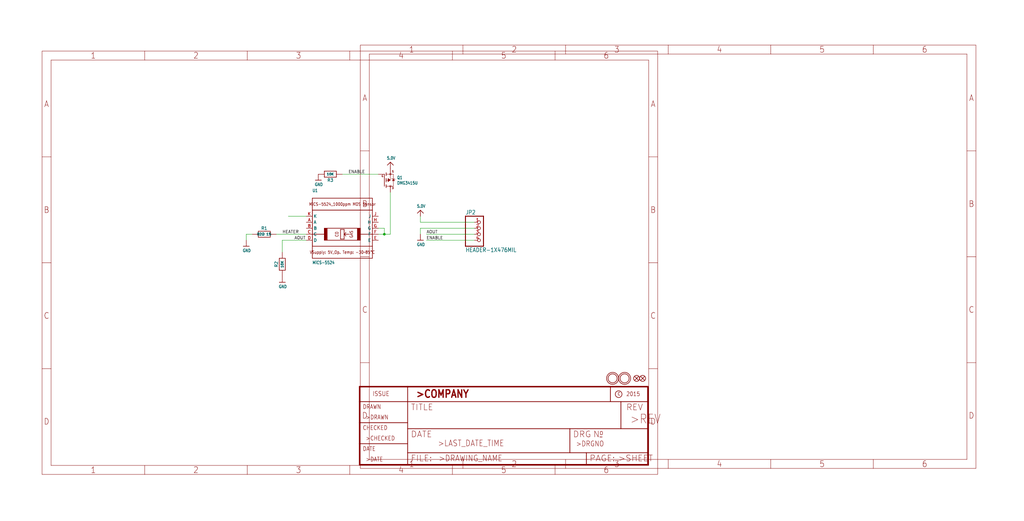
<source format=kicad_sch>
(kicad_sch (version 20211123) (generator eeschema)
  (paper "User" 433.07 220.421)
  (lib_symbols
    (symbol "eagleSchem-eagle-import:5.0V" (power)
      (property "Value" "5.0V" (at -1.524 1.016 0))
      (symbol "5.0V_1_0"
        (polyline (pts (xy -1.27 -1.27) (xy 0 0)) (stroke (width 0.254)))
        (polyline (pts (xy 0 0) (xy 1.27 -1.27)) (stroke (width 0.254)))
        (pin power_in line (at 0 -2.54 90) (length 2.54) (name "5.0V") (number "1"))
      )
    )
    (symbol "eagleSchem-eagle-import:FIDUCIAL{dblquote}{dblquote}"
      (symbol "FIDUCIAL{dblquote}{dblquote}_1_0"
        (polyline (pts (xy -0.762 0.762) (xy 0.762 -0.762)) (stroke (width 0.254)))
        (polyline (pts (xy 0.762 0.762) (xy -0.762 -0.762)) (stroke (width 0.254)))
        (circle (center 0 0) (radius 1.27) (stroke (width 0.254)))
      )
    )
    (symbol "eagleSchem-eagle-import:FRAME_A4"
      (symbol "FRAME_A4_0_0"
        (polyline (pts (xy 0 44.7675) (xy 3.81 44.7675)))
        (polyline (pts (xy 0 89.535) (xy 3.81 89.535)))
        (polyline (pts (xy 0 134.3025) (xy 3.81 134.3025)))
        (polyline (pts (xy 3.81 3.81) (xy 3.81 175.26)))
        (polyline (pts (xy 43.3917 0) (xy 43.3917 3.81)))
        (polyline (pts (xy 43.3917 175.26) (xy 43.3917 179.07)))
        (polyline (pts (xy 86.7833 0) (xy 86.7833 3.81)))
        (polyline (pts (xy 86.7833 175.26) (xy 86.7833 179.07)))
        (polyline (pts (xy 130.175 0) (xy 130.175 3.81)))
        (polyline (pts (xy 130.175 175.26) (xy 130.175 179.07)))
        (polyline (pts (xy 173.5667 0) (xy 173.5667 3.81)))
        (polyline (pts (xy 173.5667 175.26) (xy 173.5667 179.07)))
        (polyline (pts (xy 216.9583 0) (xy 216.9583 3.81)))
        (polyline (pts (xy 216.9583 175.26) (xy 216.9583 179.07)))
        (polyline (pts (xy 256.54 3.81) (xy 3.81 3.81)))
        (polyline (pts (xy 256.54 3.81) (xy 256.54 175.26)))
        (polyline (pts (xy 256.54 44.7675) (xy 260.35 44.7675)))
        (polyline (pts (xy 256.54 89.535) (xy 260.35 89.535)))
        (polyline (pts (xy 256.54 134.3025) (xy 260.35 134.3025)))
        (polyline (pts (xy 256.54 175.26) (xy 3.81 175.26)))
        (polyline (pts (xy 0 0) (xy 260.35 0) (xy 260.35 179.07) (xy 0 179.07) (xy 0 0)))
        (text "1" (at 21.6958 1.905 0) (effects (font (size 2.54 2.286))))
        (text "1" (at 21.6958 177.165 0) (effects (font (size 2.54 2.286))))
        (text "2" (at 65.0875 1.905 0) (effects (font (size 2.54 2.286))))
        (text "2" (at 65.0875 177.165 0) (effects (font (size 2.54 2.286))))
        (text "3" (at 108.4792 1.905 0) (effects (font (size 2.54 2.286))))
        (text "3" (at 108.4792 177.165 0) (effects (font (size 2.54 2.286))))
        (text "4" (at 151.8708 1.905 0) (effects (font (size 2.54 2.286))))
        (text "4" (at 151.8708 177.165 0) (effects (font (size 2.54 2.286))))
        (text "5" (at 195.2625 1.905 0) (effects (font (size 2.54 2.286))))
        (text "5" (at 195.2625 177.165 0) (effects (font (size 2.54 2.286))))
        (text "6" (at 238.6542 1.905 0) (effects (font (size 2.54 2.286))))
        (text "6" (at 238.6542 177.165 0) (effects (font (size 2.54 2.286))))
        (text "A" (at 1.905 156.6863 0) (effects (font (size 2.54 2.286))))
        (text "A" (at 258.445 156.6863 0) (effects (font (size 2.54 2.286))))
        (text "B" (at 1.905 111.9188 0) (effects (font (size 2.54 2.286))))
        (text "B" (at 258.445 111.9188 0) (effects (font (size 2.54 2.286))))
        (text "C" (at 1.905 67.1513 0) (effects (font (size 2.54 2.286))))
        (text "C" (at 258.445 67.1513 0) (effects (font (size 2.54 2.286))))
        (text "D" (at 1.905 22.3838 0) (effects (font (size 2.54 2.286))))
        (text "D" (at 258.445 22.3838 0) (effects (font (size 2.54 2.286))))
      )
      (symbol "FRAME_A4_1_0"
        (polyline (pts (xy 256.54 3.81) (xy 256.54 8.89)) (stroke (width 0.1016)))
        (polyline (pts (xy 256.54 8.89) (xy 256.54 13.97)) (stroke (width 0.1016)))
        (polyline (pts (xy 256.54 13.97) (xy 256.54 19.05)) (stroke (width 0.1016)))
        (polyline (pts (xy 256.54 19.05) (xy 256.54 36.83)) (stroke (width 0.1016)))
      )
      (symbol "FRAME_A4_2_0"
        (polyline (pts (xy -0.3048 1.5748) (xy 20.0152 1.5748)) (stroke (width 0.6096)))
        (polyline (pts (xy -0.3048 10.4648) (xy -0.3048 1.5748)) (stroke (width 0.6096)))
        (polyline (pts (xy -0.3048 10.4648) (xy 20.0152 10.4648)) (stroke (width 0.3048)))
        (polyline (pts (xy -0.3048 19.3548) (xy -0.3048 10.4648)) (stroke (width 0.6096)))
        (polyline (pts (xy -0.3048 19.3548) (xy 20.0152 19.3548)) (stroke (width 0.3048)))
        (polyline (pts (xy -0.3048 28.2448) (xy -0.3048 19.3548)) (stroke (width 0.6096)))
        (polyline (pts (xy -0.3048 28.2448) (xy 20.0152 28.2448)) (stroke (width 0.3048)))
        (polyline (pts (xy -0.3048 34.5948) (xy -0.3048 28.2448)) (stroke (width 0.6096)))
        (polyline (pts (xy 20.0152 1.5748) (xy 20.0152 6.6548)) (stroke (width 0.3048)))
        (polyline (pts (xy 20.0152 1.5748) (xy 95.5802 1.5748)) (stroke (width 0.6096)))
        (polyline (pts (xy 20.0152 6.6548) (xy 20.0152 10.4648)) (stroke (width 0.3048)))
        (polyline (pts (xy 20.0152 6.6548) (xy 88.5952 6.6548)) (stroke (width 0.3048)))
        (polyline (pts (xy 20.0152 10.4648) (xy 20.0152 16.8148)) (stroke (width 0.3048)))
        (polyline (pts (xy 20.0152 16.8148) (xy 20.0152 19.3548)) (stroke (width 0.3048)))
        (polyline (pts (xy 20.0152 19.3548) (xy 20.0152 28.2448)) (stroke (width 0.3048)))
        (polyline (pts (xy 20.0152 28.2448) (xy 20.0152 34.5948)) (stroke (width 0.3048)))
        (polyline (pts (xy 20.0152 28.2448) (xy 105.7402 28.2448)) (stroke (width 0.3048)))
        (polyline (pts (xy 20.0152 34.5948) (xy -0.3048 34.5948)) (stroke (width 0.6096)))
        (polyline (pts (xy 88.5952 6.6548) (xy 95.5802 6.6548)) (stroke (width 0.3048)))
        (polyline (pts (xy 88.5952 16.8148) (xy 20.0152 16.8148)) (stroke (width 0.3048)))
        (polyline (pts (xy 88.5952 16.8148) (xy 88.5952 6.6548)) (stroke (width 0.3048)))
        (polyline (pts (xy 95.5802 1.5748) (xy 121.6152 1.5748)) (stroke (width 0.6096)))
        (polyline (pts (xy 95.5802 6.6548) (xy 95.5802 1.5748)) (stroke (width 0.3048)))
        (polyline (pts (xy 95.5802 6.6548) (xy 121.6152 6.6548)) (stroke (width 0.3048)))
        (polyline (pts (xy 101.2952 13.3223) (xy 102.2477 13.3223)) (stroke (width 0.254)))
        (polyline (pts (xy 105.7402 28.2448) (xy 105.7402 34.5948)) (stroke (width 0.3048)))
        (polyline (pts (xy 105.7402 28.2448) (xy 110.1852 28.2448)) (stroke (width 0.3048)))
        (polyline (pts (xy 105.7402 34.5948) (xy 20.0152 34.5948)) (stroke (width 0.6096)))
        (polyline (pts (xy 110.1852 16.8148) (xy 88.5952 16.8148)) (stroke (width 0.3048)))
        (polyline (pts (xy 110.1852 28.2448) (xy 110.1852 16.8148)) (stroke (width 0.3048)))
        (polyline (pts (xy 110.1852 28.2448) (xy 121.6152 28.2448)) (stroke (width 0.3048)))
        (polyline (pts (xy 121.6152 6.6548) (xy 121.6152 1.5748)) (stroke (width 0.6096)))
        (polyline (pts (xy 121.6152 16.8148) (xy 110.1852 16.8148)) (stroke (width 0.3048)))
        (polyline (pts (xy 121.6152 16.8148) (xy 121.6152 6.6548)) (stroke (width 0.6096)))
        (polyline (pts (xy 121.6152 28.2448) (xy 121.6152 16.8148)) (stroke (width 0.6096)))
        (polyline (pts (xy 121.6152 34.5948) (xy 105.7402 34.5948)) (stroke (width 0.6096)))
        (polyline (pts (xy 121.6152 34.5948) (xy 121.6152 28.2448)) (stroke (width 0.6096)))
        (circle (center 109.2327 31.4198) (radius 1.4199) (stroke (width 0.254)))
        (text "2015" (at 112.4077 30.4673 0) (effects (font (size 1.778 1.5113)) (justify left bottom)))
        (text ">CHECKED" (at 2.2352 11.7348 0) (effects (font (size 1.778 1.5113)) (justify left bottom)))
        (text ">COMPANY" (at 23.349 29.6735 0) (effects (font (size 3.175 2.6987) (thickness 0.5397) bold) (justify left bottom)))
        (text ">DATE" (at 2.2352 2.8448 0) (effects (font (size 1.778 1.5113)) (justify left bottom)))
        (text ">DRAWING_NAME" (at 33.0327 2.8448 0) (effects (font (size 2.54 2.159)) (justify left bottom)))
        (text ">DRAWN" (at 2.2352 20.6248 0) (effects (font (size 1.778 1.5113)) (justify left bottom)))
        (text ">DRGNO" (at 91.1352 9.1948 0) (effects (font (size 2.1844 1.8567)) (justify left bottom)))
        (text ">LAST_DATE_TIME" (at 32.7152 9.1948 0) (effects (font (size 2.54 2.159)) (justify left bottom)))
        (text ">REV" (at 113.9952 18.7198 0) (effects (font (size 3.81 3.2385)) (justify left bottom)))
        (text ">SHEET" (at 108.9152 2.8448 0) (effects (font (size 2.54 2.54)) (justify left bottom)))
        (text "C" (at 108.7564 30.7848 0) (effects (font (size 1.27 1.0795)) (justify left bottom)))
        (text "CHECKED" (at 0.9652 16.1798 0) (effects (font (size 1.778 1.5113)) (justify left bottom)))
        (text "DATE" (at 0.9652 7.2898 0) (effects (font (size 1.778 1.5113)) (justify left bottom)))
        (text "DATE" (at 21.2852 13.0048 0) (effects (font (size 2.54 2.54)) (justify left bottom)))
        (text "DRAWN" (at 0.9652 25.0698 0) (effects (font (size 1.778 1.5113)) (justify left bottom)))
        (text "DRG" (at 89.8652 13.0048 0) (effects (font (size 2.54 2.54)) (justify left bottom)))
        (text "FILE:" (at 21.2852 2.8448 0) (effects (font (size 2.54 2.54)) (justify left bottom)))
        (text "ISSUE" (at 5.0927 30.4673 0) (effects (font (size 1.9304 1.6408)) (justify left bottom)))
        (text "N" (at 98.4377 13.0048 0) (effects (font (size 2.54 2.54)) (justify left bottom)))
        (text "o" (at 100.9777 13.9573 0) (effects (font (size 2.1844 1.8567)) (justify left bottom)))
        (text "PAGE:" (at 96.8502 2.8448 0) (effects (font (size 2.54 2.54)) (justify left bottom)))
        (text "REV" (at 112.4077 24.4348 0) (effects (font (size 2.54 2.54)) (justify left bottom)))
        (text "TITLE" (at 21.2852 24.4348 0) (effects (font (size 2.54 2.54)) (justify left bottom)))
      )
    )
    (symbol "eagleSchem-eagle-import:GND" (power)
      (property "Value" "GND" (at -1.524 -2.54 0))
      (symbol "GND_1_0"
        (polyline (pts (xy -1.27 0) (xy 1.27 0)) (stroke (width 0.254)))
        (pin power_in line (at 0 2.54 270) (length 2.54) (name "GND") (number "1"))
      )
    )
    (symbol "eagleSchem-eagle-import:HEADER-1X476MIL"
      (property "Reference" "JP" (at -6.35 8.255 0))
      (property "Value" "HEADER-1X476MIL" (at -6.35 -7.62 0))
      (symbol "HEADER-1X476MIL_1_0"
        (polyline (pts (xy -6.35 -5.08) (xy 1.27 -5.08)) (stroke (width 0.4064)))
        (polyline (pts (xy -6.35 7.62) (xy -6.35 -5.08)) (stroke (width 0.4064)))
        (polyline (pts (xy 1.27 -5.08) (xy 1.27 7.62)) (stroke (width 0.4064)))
        (polyline (pts (xy 1.27 7.62) (xy -6.35 7.62)) (stroke (width 0.4064)))
        (pin passive inverted (at -2.54 5.08 0) (length 2.54) (name "1") (number "1"))
        (pin passive inverted (at -2.54 2.54 0) (length 2.54) (name "2") (number "2"))
        (pin passive inverted (at -2.54 0 0) (length 2.54) (name "3") (number "3"))
        (pin passive inverted (at -2.54 -2.54 0) (length 2.54) (name "4") (number "4"))
      )
    )
    (symbol "eagleSchem-eagle-import:MICS-5524"
      (property "Reference" "U" (at -12.7 15.24 0))
      (property "Value" "MICS-5524" (at -12.7 -15.24 0))
      (symbol "MICS-5524_1_0"
        (rectangle (start -7.62 -5.08) (end -6.35 0) (fill (type outline)))
        (polyline (pts (xy -12.7 -12.7) (xy 12.7 -12.7)) (stroke (width 0.254)))
        (polyline (pts (xy -12.7 -7.62) (xy -12.7 -12.7)) (stroke (width 0.254)))
        (polyline (pts (xy -12.7 -7.62) (xy -12.7 -2.54)) (stroke (width 0.254)))
        (polyline (pts (xy -12.7 -2.54) (xy -12.7 -7.62)) (stroke (width 0.254)))
        (polyline (pts (xy -12.7 -2.54) (xy -12.7 7.62)) (stroke (width 0.254)))
        (polyline (pts (xy -12.7 -2.54) (xy -7.62 -2.54)) (stroke (width 0.254)))
        (polyline (pts (xy -12.7 7.62) (xy -12.7 -2.54)) (stroke (width 0.254)))
        (polyline (pts (xy -12.7 7.62) (xy -12.7 12.7)) (stroke (width 0.254)))
        (polyline (pts (xy -12.7 7.62) (xy 12.7 7.62)) (stroke (width 0.254)))
        (polyline (pts (xy -12.7 12.7) (xy 12.7 12.7)) (stroke (width 0.254)))
        (polyline (pts (xy -7.62 -5.08) (xy 7.62 -5.08)) (stroke (width 0.254)))
        (polyline (pts (xy -7.62 -2.54) (xy -7.62 -5.08)) (stroke (width 0.254)))
        (polyline (pts (xy -7.62 0) (xy -7.62 -2.54)) (stroke (width 0.254)))
        (polyline (pts (xy -0.762 -4.572) (xy -0.762 -0.508)) (stroke (width 0.254)))
        (polyline (pts (xy -0.762 -0.508) (xy 0.762 -0.508)) (stroke (width 0.254)))
        (polyline (pts (xy 0.762 -4.572) (xy -0.762 -4.572)) (stroke (width 0.254)))
        (polyline (pts (xy 0.762 -2.54) (xy 0.762 -4.572)) (stroke (width 0.254)))
        (polyline (pts (xy 0.762 -2.54) (xy 1.524 -3.302)) (stroke (width 0.254)))
        (polyline (pts (xy 0.762 -2.54) (xy 1.524 -1.778)) (stroke (width 0.254)))
        (polyline (pts (xy 0.762 -0.508) (xy 0.762 -2.54)) (stroke (width 0.254)))
        (polyline (pts (xy 1.016 -2.54) (xy 2.794 -2.54)) (stroke (width 0.254)))
        (polyline (pts (xy 7.62 -5.08) (xy 7.62 -2.54)) (stroke (width 0.254)))
        (polyline (pts (xy 7.62 -2.54) (xy 7.62 0)) (stroke (width 0.254)))
        (polyline (pts (xy 7.62 0) (xy -7.62 0)) (stroke (width 0.254)))
        (polyline (pts (xy 12.7 -12.7) (xy 12.7 -7.62)) (stroke (width 0.254)))
        (polyline (pts (xy 12.7 -7.62) (xy -12.7 -7.62)) (stroke (width 0.254)))
        (polyline (pts (xy 12.7 -2.54) (xy 7.62 -2.54)) (stroke (width 0.254)))
        (polyline (pts (xy 12.7 -2.54) (xy 12.7 -7.62)) (stroke (width 0.254)))
        (polyline (pts (xy 12.7 7.62) (xy -12.7 7.62)) (stroke (width 0.254)))
        (polyline (pts (xy 12.7 7.62) (xy 12.7 -2.54)) (stroke (width 0.254)))
        (polyline (pts (xy 12.7 12.7) (xy 12.7 7.62)) (stroke (width 0.254)))
        (rectangle (start 6.35 -5.08) (end 7.62 0) (fill (type outline)))
        (text "CO" (at -2.286 -2.54 900) (effects (font (size 1.27 1.0795))))
        (text "GAS" (at 3.81 -2.54 900) (effects (font (size 1.27 1.0795))))
        (text "MiCS-5524_1000ppm MOS Sensor" (at 0 10.16 0) (effects (font (size 1.27 1.0795))))
        (text "VSupply: 5V_Op. Temp: -30~85°C" (at 0 -10.16 0) (effects (font (size 1.27 1.0795))))
        (pin bidirectional line (at -15.24 2.54 0) (length 2.54) (name "A") (number "A"))
        (pin bidirectional line (at -15.24 0 0) (length 2.54) (name "B") (number "B"))
        (pin bidirectional line (at -15.24 -2.54 0) (length 2.54) (name "C") (number "C"))
        (pin bidirectional line (at -15.24 -5.08 0) (length 2.54) (name "D") (number "D"))
        (pin bidirectional line (at 15.24 -5.08 180) (length 2.54) (name "E") (number "E"))
        (pin bidirectional line (at 15.24 -2.54 180) (length 2.54) (name "F") (number "F"))
        (pin bidirectional line (at 15.24 0 180) (length 2.54) (name "G") (number "G"))
        (pin bidirectional line (at 15.24 2.54 180) (length 2.54) (name "H") (number "H"))
        (pin bidirectional line (at 15.24 5.08 180) (length 2.54) (name "J") (number "J"))
        (pin bidirectional line (at -15.24 5.08 0) (length 2.54) (name "K") (number "K"))
      )
    )
    (symbol "eagleSchem-eagle-import:MOSFET-PWIDE"
      (property "Reference" "Q" (at 2.794 0.381 0))
      (property "Value" "MOSFET-PWIDE" (at 2.794 -1.905 0))
      (symbol "MOSFET-PWIDE_1_0"
        (circle (center 0 -2.54) (radius 0.3592))
        (polyline (pts (xy -2.54 -2.54) (xy -2.54 2.54)) (stroke (width 0.254)))
        (polyline (pts (xy -1.778 -3.175) (xy -1.778 -2.54)) (stroke (width 0.254)))
        (polyline (pts (xy -1.778 -2.54) (xy -1.778 -1.905)) (stroke (width 0.254)))
        (polyline (pts (xy -1.778 -2.54) (xy 1.27 -2.54)) (stroke (width 0.1524)))
        (polyline (pts (xy -1.778 -0.762) (xy -1.778 0)) (stroke (width 0.254)))
        (polyline (pts (xy -1.778 0) (xy -1.778 0.762)) (stroke (width 0.254)))
        (polyline (pts (xy -1.778 0) (xy 0 0)) (stroke (width 0.1524)))
        (polyline (pts (xy -1.778 1.905) (xy -1.778 2.54)) (stroke (width 0.254)))
        (polyline (pts (xy -1.778 2.54) (xy -1.778 3.175)) (stroke (width 0.254)))
        (polyline (pts (xy 0 0) (xy 0 2.54)) (stroke (width 0.1524)))
        (polyline (pts (xy 0 2.54) (xy -1.778 2.54)) (stroke (width 0.1524)))
        (polyline (pts (xy 0 2.54) (xy 1.27 2.54)) (stroke (width 0.1524)))
        (polyline (pts (xy 0.508 0.762) (xy 0.762 0.508)) (stroke (width 0.1524)))
        (polyline (pts (xy 0.762 0.508) (xy 1.27 0.508)) (stroke (width 0.1524)))
        (polyline (pts (xy 1.27 -2.54) (xy 1.27 0.508)) (stroke (width 0.1524)))
        (polyline (pts (xy 1.27 0.508) (xy 1.27 2.54)) (stroke (width 0.1524)))
        (polyline (pts (xy 1.27 0.508) (xy 1.778 0.508)) (stroke (width 0.1524)))
        (polyline (pts (xy 1.778 0.508) (xy 2.032 0.254)) (stroke (width 0.1524)))
        (polyline (pts (xy 0 0) (xy -1.016 0.762) (xy -1.016 -0.762)) (fill (type outline)))
        (polyline (pts (xy 1.27 0.508) (xy 1.778 -0.254) (xy 0.762 -0.254)) (fill (type outline)))
        (circle (center 0 2.54) (radius 0.3592))
        (text "D" (at 0.635 -3.81 0) (effects (font (size 0.8128 0.6908)) (justify left bottom)))
        (text "G" (at -3.81 1.27 0) (effects (font (size 0.8128 0.6908)) (justify left bottom)))
        (text "S" (at 0.635 3.175 0) (effects (font (size 0.8128 0.6908)) (justify left bottom)))
        (pin passive line (at -5.08 2.54 0) (length 2.54) (name "G") (number "1"))
        (pin passive line (at 0 5.08 270) (length 2.54) (name "S") (number "2"))
        (pin passive line (at 0 -5.08 90) (length 2.54) (name "D") (number "3"))
      )
    )
    (symbol "eagleSchem-eagle-import:MOUNTINGHOLE2.5"
      (symbol "MOUNTINGHOLE2.5_1_0"
        (circle (center 0 0) (radius 1.905) (stroke (width 0.254)))
        (circle (center 0 0) (radius 2.54) (stroke (width 0.254)))
      )
    )
    (symbol "eagleSchem-eagle-import:RESISTOR0805_NOOUTLINE"
      (property "Reference" "R" (at 0 2.54 0))
      (property "Value" "RESISTOR0805_NOOUTLINE" (at 0 0 0))
      (symbol "RESISTOR0805_NOOUTLINE_1_0"
        (polyline (pts (xy -2.54 -1.27) (xy -2.54 1.27)) (stroke (width 0.254)))
        (polyline (pts (xy -2.54 1.27) (xy 2.54 1.27)) (stroke (width 0.254)))
        (polyline (pts (xy 2.54 -1.27) (xy -2.54 -1.27)) (stroke (width 0.254)))
        (polyline (pts (xy 2.54 1.27) (xy 2.54 -1.27)) (stroke (width 0.254)))
        (pin passive line (at -5.08 0 0) (length 2.54) (name "1") (number "1"))
        (pin passive line (at 5.08 0 180) (length 2.54) (name "2") (number "2"))
      )
    )
  )
  (junction (at 162.56 99.06))
  (wire (pts (xy 119.38 101.6) (xy 119.38 106.68)))
  (wire (pts (xy 162.56 96.52) (xy 162.56 99.06)))
  (wire (pts (xy 200.66 99.06) (xy 180.34 99.06)))
  (wire (pts (xy 104.14 99.06) (xy 104.14 101.6)))
  (wire (pts (xy 106.68 99.06) (xy 104.14 99.06)))
  (wire (pts (xy 129.54 91.44) (xy 121.92 91.44)))
  (wire (pts (xy 129.54 101.6) (xy 119.38 101.6)))
  (wire (pts (xy 177.8 93.98) (xy 177.8 91.44)))
  (wire (pts (xy 165.1 99.06) (xy 162.56 99.06)))
  (wire (pts (xy 144.78 73.66) (xy 160.02 73.66)))
  (wire (pts (xy 160.02 96.52) (xy 162.56 96.52)))
  (wire (pts (xy 162.56 99.06) (xy 160.02 99.06)))
  (wire (pts (xy 129.54 99.06) (xy 116.84 99.06)))
  (wire (pts (xy 200.66 96.52) (xy 177.8 96.52)))
  (wire (pts (xy 165.1 99.06) (xy 165.1 81.28)))
  (wire (pts (xy 200.66 101.6) (xy 180.34 101.6)))
  (wire (pts (xy 177.8 96.52) (xy 177.8 99.06)))
  (wire (pts (xy 200.66 93.98) (xy 177.8 93.98)))
  (label "AOUT" (at 180.34 99.06 0) (effects (font (size 1.2446 1.2446))))
  (label "ENABLE" (at 180.34 101.6 0) (effects (font (size 1.2446 1.2446))))
  (label "AOUT" (at 124.46 101.6 0) (effects (font (size 1.2446 1.2446))))
  (label "HEATER" (at 119.38 99.06 0) (effects (font (size 1.2446 1.2446))))
  (label "ENABLE" (at 147.32 73.66 0) (effects (font (size 1.2446 1.2446))))
  (symbol (lib_id "eagleSchem-eagle-import:RESISTOR0805_NOOUTLINE") (at 119.38 111.76 90) (unit 1)
    (property "Reference" "R2" (at 116.84 111.76 0))
    (property "Value" "10K" (at 119.38 111.76 0) (effects (font (size 1.016 1.016) bold)))
    (property "Footprint" "eagleSchem:0805-NO" (effects hide))
  )
  (symbol (lib_id "eagleSchem-eagle-import:5.0V") (at 177.8 88.9 0) (unit 1)
    (property "Reference" "#U$5" (effects hide))
    (property "Value" "5.0V" (at 176.276 87.884 0) (effects (font (size 1.27 1.0795)) (justify left bottom)))
    (property "Footprint" "eagleSchem:" (effects hide))
  )
  (symbol (lib_id "eagleSchem-eagle-import:HEADER-1X476MIL") (at 203.2 99.06 0) (unit 1)
    (property "Reference" "JP2" (at 196.85 90.805 0) (effects (font (size 1.778 1.5113)) (justify left bottom)))
    (property "Value" "HEADER-1X476MIL" (at 196.85 106.68 0) (effects (font (size 1.778 1.5113)) (justify left bottom)))
    (property "Footprint" "eagleSchem:1X04_ROUND_76" (effects hide))
  )
  (symbol (lib_id "eagleSchem-eagle-import:MOUNTINGHOLE2.5") (at 264.16 160.02 0) (unit 1)
    (property "Reference" "U$3" (effects hide))
    (property "Value" "MOUNTINGHOLE2.5" (effects hide))
    (property "Footprint" "eagleSchem:MOUNTINGHOLE_2.5_PLATED" (effects hide))
  )
  (symbol (lib_id "eagleSchem-eagle-import:FIDUCIAL{dblquote}{dblquote}") (at 271.78 160.02 0) (unit 1)
    (property "Reference" "FID1" (effects hide))
    (property "Value" "FIDUCIAL\"\"" (effects hide))
    (property "Footprint" "eagleSchem:FIDUCIAL_1MM" (effects hide))
  )
  (symbol (lib_id "eagleSchem-eagle-import:MOUNTINGHOLE2.5") (at 259.08 160.02 0) (unit 1)
    (property "Reference" "U$4" (effects hide))
    (property "Value" "MOUNTINGHOLE2.5" (effects hide))
    (property "Footprint" "eagleSchem:MOUNTINGHOLE_2.5_PLATED" (effects hide))
  )
  (symbol (lib_id "eagleSchem-eagle-import:RESISTOR0805_NOOUTLINE") (at 111.76 99.06 0) (unit 1)
    (property "Reference" "R1" (at 111.76 96.52 0))
    (property "Value" "82Ω 1%" (at 111.76 99.06 0) (effects (font (size 1.016 1.016) bold)))
    (property "Footprint" "eagleSchem:0805-NO" (effects hide))
  )
  (symbol (lib_id "eagleSchem-eagle-import:FRAME_A4") (at 152.4 198.12 0) (unit 2)
    (property "Reference" "#FRAME1" (effects hide))
    (property "Value" "FRAME_A4" (effects hide))
    (property "Footprint" "eagleSchem:" (effects hide))
  )
  (symbol (lib_id "eagleSchem-eagle-import:GND") (at 134.62 76.2 0) (unit 1)
    (property "Reference" "#U$1" (effects hide))
    (property "Value" "GND" (at 133.096 78.74 0) (effects (font (size 1.27 1.0795)) (justify left bottom)))
    (property "Footprint" "eagleSchem:" (effects hide))
  )
  (symbol (lib_id "eagleSchem-eagle-import:FIDUCIAL{dblquote}{dblquote}") (at 269.24 160.02 0) (unit 1)
    (property "Reference" "FID2" (effects hide))
    (property "Value" "FIDUCIAL\"\"" (effects hide))
    (property "Footprint" "eagleSchem:FIDUCIAL_1MM" (effects hide))
  )
  (symbol (lib_id "eagleSchem-eagle-import:RESISTOR0805_NOOUTLINE") (at 139.7 73.66 180) (unit 1)
    (property "Reference" "R3" (at 139.7 76.2 0))
    (property "Value" "10K" (at 139.7 73.66 0) (effects (font (size 1.016 1.016) bold)))
    (property "Footprint" "eagleSchem:0805-NO" (effects hide))
  )
  (symbol (lib_id "eagleSchem-eagle-import:MICS-5524") (at 144.78 96.52 0) (unit 1)
    (property "Reference" "U1" (at 132.08 81.28 0) (effects (font (size 1.27 1.0795)) (justify left bottom)))
    (property "Value" "MiCS-5524" (at 132.08 111.76 0) (effects (font (size 1.27 1.0795)) (justify left bottom)))
    (property "Footprint" "eagleSchem:MICS-5524" (effects hide))
  )
  (symbol (lib_id "eagleSchem-eagle-import:GND") (at 177.8 101.6 0) (unit 1)
    (property "Reference" "#U$6" (effects hide))
    (property "Value" "GND" (at 176.276 104.14 0) (effects (font (size 1.27 1.0795)) (justify left bottom)))
    (property "Footprint" "eagleSchem:" (effects hide))
  )
  (symbol (lib_id "eagleSchem-eagle-import:GND") (at 104.14 104.14 0) (unit 1)
    (property "Reference" "#U$2" (effects hide))
    (property "Value" "GND" (at 102.616 106.68 0) (effects (font (size 1.27 1.0795)) (justify left bottom)))
    (property "Footprint" "eagleSchem:" (effects hide))
  )
  (symbol (lib_id "eagleSchem-eagle-import:5.0V") (at 165.1 68.58 0) (unit 1)
    (property "Reference" "#U$9" (effects hide))
    (property "Value" "5.0V" (at 163.576 67.564 0) (effects (font (size 1.27 1.0795)) (justify left bottom)))
    (property "Footprint" "eagleSchem:" (effects hide))
  )
  (symbol (lib_id "eagleSchem-eagle-import:MOSFET-PWIDE") (at 165.1 76.2 0) (unit 1)
    (property "Reference" "Q1" (at 167.894 75.819 0) (effects (font (size 1.27 1.0795)) (justify left bottom)))
    (property "Value" "DMG3415U" (at 167.894 78.105 0) (effects (font (size 1.27 1.0795)) (justify left bottom)))
    (property "Footprint" "eagleSchem:SOT23-WIDE" (effects hide))
  )
  (symbol (lib_id "eagleSchem-eagle-import:GND") (at 119.38 119.38 0) (unit 1)
    (property "Reference" "#U$8" (effects hide))
    (property "Value" "GND" (at 117.856 121.92 0) (effects (font (size 1.27 1.0795)) (justify left bottom)))
    (property "Footprint" "eagleSchem:" (effects hide))
  )
  (symbol (lib_id "eagleSchem-eagle-import:FRAME_A4") (at 17.78 200.66 0) (unit 1)
    (property "Reference" "#FRAME1" (effects hide))
    (property "Value" "FRAME_A4" (effects hide))
    (property "Footprint" "eagleSchem:" (effects hide))
  )
)
</source>
